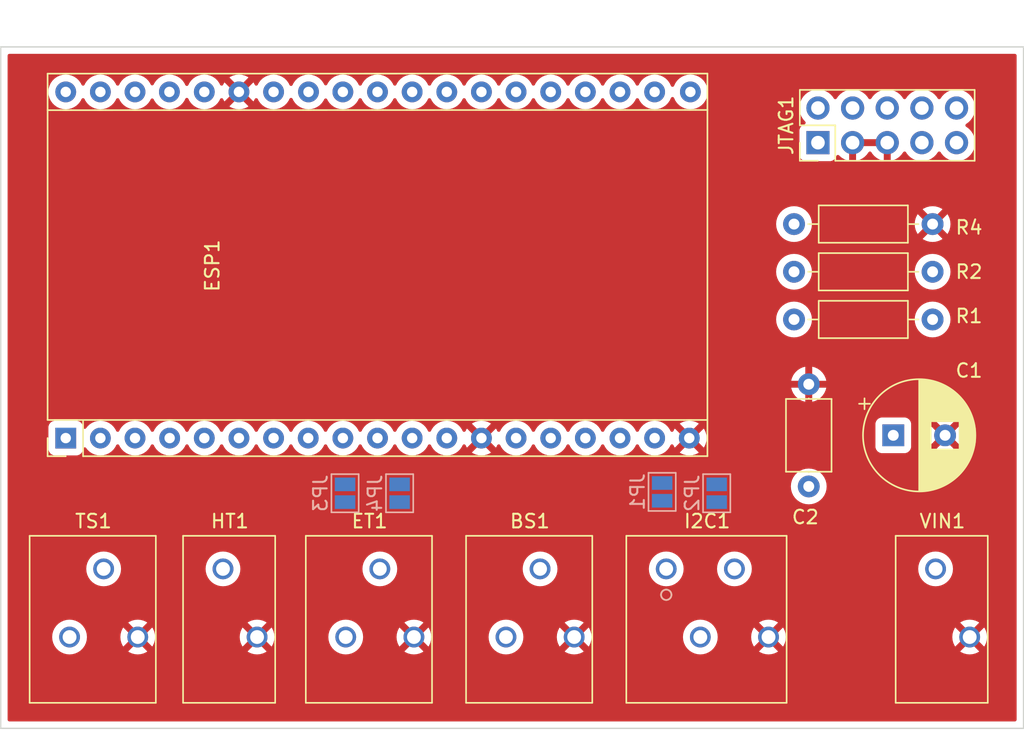
<source format=kicad_pcb>
(kicad_pcb (version 20211014) (generator pcbnew)
  (layers (0 "F.Cu" signal) (31 "B.Cu" signal) (34 "B.Paste" user) (35 "F.Paste" user) (36 "B.SilkS" user "B.Silkscreen") (37 "F.SilkS" user "F.Silkscreen") (38 "B.Mask" user) (39 "F.Mask" user) (44 "Edge.Cuts" user))
  (net 0 "")
  (net 1 "IO16")
  (net 2 "+3V3")
  (net 3 "GND")
  (net 7 "TDO")
  (net 8 "IO2")
  (net 14 "IO19")
  (net 15 "SDA")
  (net 18 "SCL")
  (net 20 "RST")
  (net 24 "IO25")
  (net 27 "TMS")
  (net 28 "TDI")
  (net 29 "TCK")
  (net 33 "+5V")
  (net 34 "Net-(I2C1-Pad3)")
  (net 37 "Net-(JP3-Pad1)")
  (footprint "Connector_Wago:250-402" (layer "F.Cu") (at 116.3001 113.300001)
    (fp_text reference "HT1" (at 0.5 -3.5) (layer "F.SilkS"))
    (fp_text value "Conn_01x02")
    (fp_line (start 3.826901 -2.427001) (end -2.927101 -2.427001) (layer "F.SilkS") (width 0.12))
    (fp_line (start -2.927101 -2.427001) (end -2.927101 9.826999) (layer "F.SilkS") (width 0.12))
    (fp_line (start 3.826901 9.826999) (end 3.826901 -2.427001) (layer "F.SilkS") (width 0.12))
    (fp_line (start -2.927101 9.826999) (end 3.826901 9.826999) (layer "F.SilkS") (width 0.12))
    (pad "1" thru_hole circle (at 0 0) (size 1.524 1.524) (drill 1.016) (layers *.Cu *.Mask) (net 14 "IO19"))
    (pad "2" thru_hole circle (at 2.5 5) (size 1.524 1.524) (drill 1.016) (layers *.Cu *.Mask) (net 3 "GND"))
  )
  (footprint "Capacitor_THT:C_Axial_L5.1mm_D3.1mm_P7.50mm_Horizontal" (layer "F.Cu") (at 159.25 107.25 90)
    (fp_text reference "C2" (at -2.25 -0.25 180) (layer "F.SilkS"))
    (fp_text value "100 nF")
    (fp_line (start 1.08 1.67) (end 6.42 1.67) (layer "F.SilkS") (width 0.12))
    (fp_line (start 6.42 -1.67) (end 1.08 -1.67) (layer "F.SilkS") (width 0.12))
    (fp_line (start 1.08 -1.67) (end 1.08 1.67) (layer "F.SilkS") (width 0.12))
    (fp_line (start 6.42 1.67) (end 6.42 -1.67) (layer "F.SilkS") (width 0.12))
    (fp_line (start 1.04 0) (end 1.08 0) (layer "F.SilkS") (width 0.12))
    (fp_line (start 6.46 0) (end 6.42 0) (layer "F.SilkS") (width 0.12))
    (pad "1" thru_hole circle locked (at 0 0 90) (size 1.6 1.6) (drill 0.8) (layers *.Cu *.Mask) (net 33 "+5V"))
    (pad "2" thru_hole oval locked (at 7.5 0 90) (size 1.6 1.6) (drill 0.8) (layers *.Cu *.Mask) (net 3 "GND"))
  )
  (footprint "Connector_Wago:250-403" (layer "F.Cu") (at 125.3001 118.300002)
    (fp_text reference "ET1" (at 1.75 -8.5) (layer "F.SilkS"))
    (fp_text value "Conn_01x03")
    (fp_line (start -2.927099 4.826998) (end 6.326899 4.826998) (layer "F.SilkS") (width 0.12))
    (fp_line (start -2.927099 -7.427001) (end -2.927099 4.826998) (layer "F.SilkS") (width 0.12))
    (fp_line (start 6.326899 4.826998) (end 6.326899 -7.427001) (layer "F.SilkS") (width 0.12))
    (fp_line (start 6.326899 -7.427001) (end -2.927099 -7.427001) (layer "F.SilkS") (width 0.12))
    (pad "1" thru_hole circle (at 0 0) (size 1.524 1.524) (drill 1.016) (layers *.Cu *.Mask) (net 24 "IO25"))
    (pad "2" thru_hole circle (at 2.5 -5) (size 1.524 1.524) (drill 1.016) (layers *.Cu *.Mask) (net 37 "Net-(JP3-Pad1)"))
    (pad "3" thru_hole circle (at 5 0) (size 1.524 1.524) (drill 1.016) (layers *.Cu *.Mask) (net 3 "GND"))
  )
  (footprint "Resistor_THT:R_Axial_DIN0207_L6.3mm_D2.5mm_P10.16mm_Horizontal" (layer "F.Cu") (at 158.17 95)
    (fp_text reference "R1" (at 12.83 -0.25) (layer "F.SilkS"))
    (fp_text value "4K7 Ω")
    (fp_line (start 9.12 0) (end 8.35 0) (layer "F.SilkS") (width 0.12))
    (fp_line (start 8.35 1.37) (end 8.35 -1.37) (layer "F.SilkS") (width 0.12))
    (fp_line (start 1.81 -1.37) (end 1.81 1.37) (layer "F.SilkS") (width 0.12))
    (fp_line (start 1.04 0) (end 1.81 0) (layer "F.SilkS") (width 0.12))
    (fp_line (start 1.81 1.37) (end 8.35 1.37) (layer "F.SilkS") (width 0.12))
    (fp_line (start 8.35 -1.37) (end 1.81 -1.37) (layer "F.SilkS") (width 0.12))
    (pad "1" thru_hole circle locked (at 0 0) (size 1.6 1.6) (drill 0.8) (layers *.Cu *.Mask) (net 18 "SCL"))
    (pad "2" thru_hole oval locked (at 10.16 0) (size 1.6 1.6) (drill 0.8) (layers *.Cu *.Mask) (net 34 "Net-(I2C1-Pad3)"))
  )
  (footprint "Connector_Wago:250-403" (layer "F.Cu") (at 105.0501 118.300002)
    (fp_text reference "TS1" (at 1.75 -8.5) (layer "F.SilkS"))
    (fp_text value "Conn_01x03")
    (fp_line (start -2.927099 -7.427001) (end -2.927099 4.826998) (layer "F.SilkS") (width 0.12))
    (fp_line (start -2.927099 4.826998) (end 6.326899 4.826998) (layer "F.SilkS") (width 0.12))
    (fp_line (start 6.326899 -7.427001) (end -2.927099 -7.427001) (layer "F.SilkS") (width 0.12))
    (fp_line (start 6.326899 4.826998) (end 6.326899 -7.427001) (layer "F.SilkS") (width 0.12))
    (pad "1" thru_hole circle (at 0 0) (size 1.524 1.524) (drill 1.016) (layers *.Cu *.Mask) (net 8 "IO2"))
    (pad "2" thru_hole circle (at 2.5 -5) (size 1.524 1.524) (drill 1.016) (layers *.Cu *.Mask) (net 2 "+3V3"))
    (pad "3" thru_hole circle (at 5 0) (size 1.524 1.524) (drill 1.016) (layers *.Cu *.Mask) (net 3 "GND"))
  )
  (footprint "Resistor_THT:R_Axial_DIN0207_L6.3mm_D2.5mm_P10.16mm_Horizontal" (layer "F.Cu") (at 168.33 88 180)
    (fp_text reference "R4" (at -2.67 -0.25) (layer "F.SilkS"))
    (fp_text value "51K Ω")
    (fp_line (start 8.35 1.37) (end 8.35 -1.37) (layer "F.SilkS") (width 0.12))
    (fp_line (start 1.04 0) (end 1.81 0) (layer "F.SilkS") (width 0.12))
    (fp_line (start 1.81 1.37) (end 8.35 1.37) (layer "F.SilkS") (width 0.12))
    (fp_line (start 8.35 -1.37) (end 1.81 -1.37) (layer "F.SilkS") (width 0.12))
    (fp_line (start 9.12 0) (end 8.35 0) (layer "F.SilkS") (width 0.12))
    (fp_line (start 1.81 -1.37) (end 1.81 1.37) (layer "F.SilkS") (width 0.12))
    (pad "1" thru_hole circle locked (at 0 0 180) (size 1.6 1.6) (drill 0.8) (layers *.Cu *.Mask) (net 3 "GND"))
    (pad "2" thru_hole oval locked (at 10.16 0 180) (size 1.6 1.6) (drill 0.8) (layers *.Cu *.Mask) (net 1 "IO16"))
  )
  (footprint "Connector_Wago:250-402" (layer "F.Cu") (at 168.5501 113.300001)
    (fp_text reference "VIN1" (at 0.5 -3.5) (layer "F.SilkS"))
    (fp_text value "Conn_01x02")
    (fp_line (start -2.927101 9.826999) (end 3.826901 9.826999) (layer "F.SilkS") (width 0.12))
    (fp_line (start -2.927101 -2.427001) (end -2.927101 9.826999) (layer "F.SilkS") (width 0.12))
    (fp_line (start 3.826901 9.826999) (end 3.826901 -2.427001) (layer "F.SilkS") (width 0.12))
    (fp_line (start 3.826901 -2.427001) (end -2.927101 -2.427001) (layer "F.SilkS") (width 0.12))
    (pad "1" thru_hole circle (at 0 0) (size 1.524 1.524) (drill 1.016) (layers *.Cu *.Mask) (net 33 "+5V"))
    (pad "2" thru_hole circle (at 2.5 5) (size 1.524 1.524) (drill 1.016) (layers *.Cu *.Mask) (net 3 "GND"))
  )
  (footprint "Connector_Wago:250-403" (layer "F.Cu") (at 137.0501 118.300002)
    (fp_text reference "BS1" (at 1.75 -8.5) (layer "F.SilkS"))
    (fp_text value "Conn_01x03")
    (fp_line (start 6.326899 -7.427001) (end -2.927099 -7.427001) (layer "F.SilkS") (width 0.12))
    (fp_line (start -2.927099 -7.427001) (end -2.927099 4.826998) (layer "F.SilkS") (width 0.12))
    (fp_line (start -2.927099 4.826998) (end 6.326899 4.826998) (layer "F.SilkS") (width 0.12))
    (fp_line (start 6.326899 4.826998) (end 6.326899 -7.427001) (layer "F.SilkS") (width 0.12))
    (pad "1" thru_hole circle (at 0 0) (size 1.524 1.524) (drill 1.016) (layers *.Cu *.Mask) (net 1 "IO16"))
    (pad "2" thru_hole circle (at 2.5 -5) (size 1.524 1.524) (drill 1.016) (layers *.Cu *.Mask) (net 2 "+3V3"))
    (pad "3" thru_hole circle (at 5 0) (size 1.524 1.524) (drill 1.016) (layers *.Cu *.Mask) (net 3 "GND"))
  )
  (footprint "Module:NodeMCU DevKitC v4" (layer "F.Cu") (at 104.77 103.7025 90)
    (fp_text reference "ESP1" (at 12.65 10.75 90) (layer "F.SilkS"))
    (fp_text value "NodeMCU_DevKitC_v4")
    (fp_line (start 0 -1.33) (end -1.33 -1.33) (layer "F.SilkS") (width 0.12))
    (fp_line (start -1.33 -1.33) (end -1.33 0) (layer "F.SilkS") (width 0.12))
    (fp_line (start 1.33 -1.33) (end 26.74 -1.33) (layer "F.SilkS") (width 0.12))
    (fp_line (start -1.325 47.05) (end -1.33 1.27) (layer "F.SilkS") (width 0.12))
    (fp_line (start 26.745 47.05) (end -1.325 47.05) (layer "F.SilkS") (width 0.12))
    (fp_line (start 26.74 -1.33) (end 26.745 47.05) (layer "F.SilkS") (width 0.12))
    (fp_line (start -1.33 1.27) (end 1.33 1.27) (layer "F.SilkS") (width 0.12))
    (fp_line (start 1.33 -1.33) (end 1.33 47.025) (layer "F.SilkS") (width 0.12))
    (fp_line (start 24.075 47.05) (end 24.06 -1.33) (layer "F.SilkS") (width 0.12))
    (pad "1" thru_hole rect (at 0 0 90) (size 1.524 1.524) (drill 0.762) (layers *.Cu *.Mask))
    (pad "2" thru_hole circle (at 0 2.54 90) (size 1.524 1.524) (drill 0.762) (layers *.Cu *.Mask))
    (pad "3" thru_hole circle (at 0 5.08 90) (size 1.524 1.524) (drill 0.762) (layers *.Cu *.Mask))
    (pad "4" thru_hole circle (at 0 7.62 90) (size 1.524 1.524) (drill 0.762) (layers *.Cu *.Mask) (net 7 "TDO"))
    (pad "5" thru_hole circle (at 0 10.16 90) (size 1.524 1.524) (drill 0.762) (layers *.Cu *.Mask) (net 8 "IO2"))
    (pad "6" thru_hole circle (at 0 12.7 90) (size 1.524 1.524) (drill 0.762) (layers *.Cu *.Mask))
    (pad "7" thru_hole circle (at 0 15.24 90) (size 1.524 1.524) (drill 0.762) (layers *.Cu *.Mask))
    (pad "8" thru_hole circle (at 0 17.78 90) (size 1.524 1.524) (drill 0.762) (layers *.Cu *.Mask) (net 1 "IO16"))
    (pad "9" thru_hole circle (at 0 20.32 90) (size 1.524 1.524) (drill 0.762) (layers *.Cu *.Mask))
    (pad "10" thru_hole circle (at 0 22.86 90) (size 1.524 1.524) (drill 0.762) (layers *.Cu *.Mask))
    (pad "11" thru_hole circle (at 0 25.4 90) (size 1.524 1.524) (drill 0.762) (layers *.Cu *.Mask))
    (pad "12" thru_hole circle (at 0 27.94 90) (size 1.524 1.524) (drill 0.762) (layers *.Cu *.Mask) (net 14 "IO19"))
    (pad "13" thru_hole circle (at 0 30.48 90) (size 1.524 1.524) (drill 0.762) (layers *.Cu *.Mask) (net 3 "GND"))
    (pad "14" thru_hole circle (at 0 33.02 90) (size 1.524 1.524) (drill 0.762) (layers *.Cu *.Mask) (net 15 "SDA"))
    (pad "15" thru_hole circle (at 0 35.56 90) (size 1.524 1.524) (drill 0.762) (layers *.Cu *.Mask))
    (pad "16" thru_hole circle (at 0 38.1 90) (size 1.524 1.524) (drill 0.762) (layers *.Cu *.Mask))
    (pad "17" thru_hole circle (at 0 40.64 90) (size 1.524 1.524) (drill 0.762) (layers *.Cu *.Mask) (net 18 "SCL"))
    (pad "18" thru_hole circle (at 0 43.18 90) (size 1.524 1.524) (drill 0.762) (layers *.Cu *.Mask))
    (pad "19" thru_hole circle (at 0 45.72 90) (size 1.524 1.524) (drill 0.762) (layers *.Cu *.Mask) (net 3 "GND"))
    (pad "20" thru_hole circle (at 25.4 45.8 90) (size 1.524 1.524) (drill 0.762) (layers *.Cu *.Mask) (net 2 "+3V3"))
    (pad "21" thru_hole circle (at 25.4 43.18 90) (size 1.524 1.524) (drill 0.762) (layers *.Cu *.Mask) (net 20 "RST"))
    (pad "22" thru_hole circle (at 25.4 40.64 90) (size 1.524 1.524) (drill 0.762) (layers *.Cu *.Mask))
    (pad "23" thru_hole circle (at 25.4 38.1 90) (size 1.524 1.524) (drill 0.762) (layers *.Cu *.Mask))
    (pad "24" thru_hole circle (at 25.4 35.56 90) (size 1.524 1.524) (drill 0.762) (layers *.Cu *.Mask))
    (pad "25" thru_hole circle (at 25.4 33.02 90) (size 1.524 1.524) (drill 0.762) (layers *.Cu *.Mask))
    (pad "26" thru_hole circle (at 25.4 30.48 90) (size 1.524 1.524) (drill 0.762) (layers *.Cu *.Mask))
    (pad "27" thru_hole circle (at 25.4 27.94 90) (size 1.524 1.524) (drill 0.762) (layers *.Cu *.Mask))
    (pad "28" thru_hole circle (at 25.4 25.4 90) (size 1.524 1.524) (drill 0.762) (layers *.Cu *.Mask) (net 24 "IO25"))
    (pad "29" thru_hole circle (at 25.4 22.86 90) (size 1.524 1.524) (drill 0.762) (layers *.Cu *.Mask))
    (pad "30" thru_hole circle (at 25.4 20.32 90) (size 1.524 1.524) (drill 0.762) (layers *.Cu *.Mask))
    (pad "31" thru_hole circle (at 25.4 17.8 90) (size 1.524 1.524) (drill 0.762) (layers *.Cu *.Mask) (net 27 "TMS"))
    (pad "32" thru_hole circle (at 25.4 15.24 90) (size 1.524 1.524) (drill 0.762) (layers *.Cu *.Mask) (net 28 "TDI"))
    (pad "33" thru_hole circle (at 25.4 12.7 90) (size 1.524 1.524) (drill 0.762) (layers *.Cu *.Mask) (net 3 "GND"))
    (pad "34" thru_hole circle (at 25.4 10.16 90) (size 1.524 1.524) (drill 0.762) (layers *.Cu *.Mask) (net 29 "TCK"))
    (pad "35" thru_hole circle (at 25.4 7.6 90) (size 1.524 1.524) (drill 0.762) (layers *.Cu *.Mask))
    (pad "36" thru_hole circle (at 25.4 5.08 90) (size 1.524 1.524) (drill 0.762) (layers *.Cu *.Mask))
    (pad "37" thru_hole circle (at 25.4 2.54 90) (size 1.524 1.524) (drill 0.762) (layers *.Cu *.Mask))
    (pad "38" thru_hole circle (at 25.4 0 90) (size 1.524 1.524) (drill 0.762) (layers *.Cu *.Mask) (net 33 "+5V"))
  )
  (footprint "Capacitor_THT:CP_Radial_D8.0mm_P3.80mm" (layer "F.Cu") (at 165.447349 103.5)
    (fp_text reference "C1" (at 5.552651 -4.75) (layer "F.SilkS"))
    (fp_text value "220 μF")
    (fp_line (start 3.101 1.04) (end 3.101 3.902) (layer "F.SilkS") (width 0.12))
    (fp_line (start 4.421 -3.22) (end 4.421 -1.04) (layer "F.SilkS") (width 0.12))
    (fp_line (start 2.781 1.04) (end 2.781 3.985) (layer "F.SilkS") (width 0.12))
    (fp_line (start 3.381 1.04) (end 3.381 3.805) (layer "F.SilkS") (width 0.12))
    (fp_line (start 4.021 -3.493) (end 4.021 -1.04) (layer "F.SilkS") (width 0.12))
    (fp_line (start 4.261 -3.338) (end 4.261 -1.04) (layer "F.SilkS") (width 0.12))
    (fp_line (start 3.741 1.04) (end 3.741 3.647) (layer "F.SilkS") (width 0.12))
    (fp_line (start 4.301 1.04) (end 4.301 3.309) (layer "F.SilkS") (width 0.12))
    (fp_line (start 3.901 -3.562) (end 3.901 -1.04) (layer "F.SilkS") (width 0.12))
    (fp_line (start 2.42 -4.048) (end 2.42 4.048) (layer "F.SilkS") (width 0.12))
    (fp_line (start 5.061 -2.604) (end 5.061 2.604) (layer "F.SilkS") (width 0.12))
    (fp_line (start 2.1 -4.076) (end 2.1 4.076) (layer "F.SilkS") (width 0.12))
    (fp_line (start 3.021 1.04) (end 3.021 3.925) (layer "F.SilkS") (width 0.12))
    (fp_line (start 5.421 -2.102) (end 5.421 2.102) (layer "F.SilkS") (width 0.12))
    (fp_line (start 4.221 1.04) (end 4.221 3.365) (layer "F.SilkS") (width 0.12))
    (fp_line (start 5.381 -2.166) (end 5.381 2.166) (layer "F.SilkS") (width 0.12))
    (fp_line (start 5.741 -1.453) (end 5.741 1.453) (layer "F.SilkS") (width 0.12))
    (fp_line (start 2.981 -3.936) (end 2.981 -1.04) (layer "F.SilkS") (width 0.12))
    (fp_line (start 3.101 -3.902) (end 3.101 -1.04) (layer "F.SilkS") (width 0.12))
    (fp_line (start 3.861 -3.584) (end 3.861 -1.04) (layer "F.SilkS") (width 0.12))
    (fp_line (start 4.741 1.04) (end 4.741 2.945) (layer "F.SilkS") (width 0.12))
    (fp_line (start 2.621 -4.017) (end 2.621 4.017) (layer "F.SilkS") (width 0.12))
    (fp_line (start 3.701 1.04) (end 3.701 3.666) (layer "F.SilkS") (width 0.12))
    (fp_line (start 2.3 -4.061) (end 2.3 4.061) (layer "F.SilkS") (width 0.12))
    (fp_line (start 5.461 -2.034) (end 5.461 2.034) (layer "F.SilkS") (width 0.12))
    (fp_line (start 2.22 -4.068) (end 2.22 4.068) (layer "F.SilkS") (width 0.12))
    (fp_line (start 1.98 -4.08) (end 1.98 4.08) (layer "F.SilkS") (width 0.12))
    (fp_line (start 4.381 -3.25) (end 4.381 -1.04) (layer "F.SilkS") (width 0.12))
    (fp_line (start 2.901 -3.957) (end 2.901 -1.04) (layer "F.SilkS") (width 0.12))
    (fp_line (start 4.821 1.04) (end 4.821 2.867) (layer "F.SilkS") (width 0.12))
    (fp_line (start 5.181 -2.454) (end 5.181 2.454) (layer "F.SilkS") (width 0.12))
    (fp_line (start 3.621 -3.704) (end 3.621 -1.04) (layer "F.SilkS") (width 0.12))
    (fp_line (start 4.021 1.04) (end 4.021 3.493) (layer "F.SilkS") (width 0.12))
    (fp_line (start 3.301 -3.835) (end 3.301 -1.04) (layer "F.SilkS") (width 0.12))
    (fp_line (start 3.261 -3.85) (end 3.261 -1.04) (layer "F.SilkS") (width 0.12))
    (fp_line (start 4.141 -3.418) (end 4.141 -1.04) (layer "F.SilkS") (width 0.12))
    (fp_line (start 3.781 1.04) (end 3.781 3.627) (layer "F.SilkS") (width 0.12))
    (fp_line (start 4.741 -2.945) (end 4.741 -1.04) (layer "F.SilkS") (width 0.12))
    (fp_line (start 3.661 1.04) (end 3.661 3.686) (layer "F.SilkS") (width 0.12))
    (fp_line (start 2.02 -4.079) (end 2.02 4.079) (layer "F.SilkS") (width 0.12))
    (fp_line (start 3.901 1.04) (end 3.901 3.562) (layer "F.SilkS") (width 0.12))
    (fp_line (start 3.221 -3.863) (end 3.221 -1.04) (layer "F.SilkS") (width 0.12))
    (fp_line (start 5.021 -2.651) (end 5.021 2.651) (layer "F.SilkS") (width 0.12))
    (fp_line (start 3.261 1.04) (end 3.261 3.85) (layer "F.SilkS") (width 0.12))
    (fp_line (start 3.381 -3.805) (end 3.381 -1.04) (layer "F.SilkS") (width 0.12))
    (fp_line (start 3.661 -3.686) (end 3.661 -1.04) (layer "F.SilkS") (width 0.12))
    (fp_line (start 3.941 1.04) (end 3.941 3.54) (layer "F.SilkS") (width 0.12))
    (fp_line (start 4.341 -3.28) (end 4.341 -1.04) (layer "F.SilkS") (width 0.12))
    (fp_line (start 4.501 1.04) (end 4.501 3.156) (layer "F.SilkS") (width 0.12))
    (fp_line (start 3.181 -3.877) (end 3.181 -1.04) (layer "F.SilkS") (width 0.12))
    (fp_line (start 4.661 1.04) (end 4.661 3.019) (layer "F.SilkS") (width 0.12))
    (fp_line (start 5.901 -0.948) (end 5.901 0.948) (layer "F.SilkS") (width 0.12))
    (fp_line (start 4.701 1.04) (end 4.701 2.983) (layer "F.SilkS") (width 0.12))
    (fp_line (start 5.941 -0.768) (end 5.941 0.768) (layer "F.SilkS") (width 0.12))
    (fp_line (start 3.301 1.04) (end 3.301 3.835) (layer "F.SilkS") (width 0.12))
    (fp_line (start 5.341 -2.228) (end 5.341 2.228) (layer "F.SilkS") (width 0.12))
    (fp_line (start 2.901 1.04) (end 2.901 3.957) (layer "F.SilkS") (width 0.12))
    (fp_line (start 5.141 -2.505) (end 5.141 2.505) (layer "F.SilkS") (width 0.12))
    (fp_line (start 5.781 -1.346) (end 5.781 1.346) (layer "F.SilkS") (width 0.12))
    (fp_line (start 4.861 -2.826) (end 4.861 2.826) (layer "F.SilkS") (width 0.12))
    (fp_line (start 5.261 -2.345) (end 5.261 2.345) (layer "F.SilkS") (width 0.12))
    (fp_line (start 2.661 -4.01) (end 2.661 4.01) (layer "F.SilkS") (width 0.12))
    (fp_line (start 4.061 -3.469) (end 4.061 -1.04) (layer "F.SilkS") (width 0.12))
    (fp_line (start 4.541 1.04) (end 4.541 3.124) (layer "F.SilkS") (width 0.12))
    (fp_line (start -2.509698 -2.315) (end -1.709698 -2.315) (layer "F.SilkS") (width 0.12))
    (fp_line (start 3.421 -3.79) (end 3.421 -1.04) (layer "F.SilkS") (width 0.12))
    (fp_line (start -2.109698 -2.715) (end -2.109698 -1.915) (layer "F.SilkS") (width 0.12))
    (fp_line (start 2.14 -4.074) (end 2.14 4.074) (layer "F.SilkS") (width 0.12))
    (fp_line (start 5.701 -1.552) (end 5.701 1.552) (layer "F.SilkS") (width 0.12))
    (fp_line (start 4.341 1.04) (end 4.341 3.28) (layer "F.SilkS") (width 0.12))
    (fp_line (start 3.501 1.04) (end 3.501 3.757) (layer "F.SilkS") (width 0.12))
    (fp_line (start 4.581 -3.09) (end 4.581 -1.04) (layer "F.SilkS") (width 0.12))
    (fp_line (start 3.541 -3.74) (end 3.541 -1.04) (layer "F.SilkS") (width 0.12))
    (fp_line (start 4.541 -3.124) (end 4.541 -1.04) (layer "F.SilkS") (width 0.12))
    (fp_line (start 3.821 -3.606) (end 3.821 -1.04) (layer "F.SilkS") (width 0.12))
    (fp_line (start 2.701 -4.002) (end 2.701 4.002) (layer "F.SilkS") (width 0.12))
    (fp_line (start 4.181 1.04) (end 4.181 3.392) (layer "F.SilkS") (width 0.12))
    (fp_line (start 2.54 -4.03) (end 2.54 4.03) (layer "F.SilkS") (width 0.12))
    (fp_line (start 2.46 -4.042) (end 2.46 4.042) (layer "F.SilkS") (width 0.12))
    (fp_line (start 4.621 1.04) (end 4.621 3.055) (layer "F.SilkS") (width 0.12))
    (fp_line (start 2.5 -4.037) (end 2.5 4.037) (layer "F.SilkS") (width 0.12))
    (fp_line (start 1.94 -4.08) (end 1.94 4.08) (layer "F.SilkS") (width 0.12))
    (fp_line (start 4.381 1.04) (end 4.381 3.25) (layer "F.SilkS") (width 0.12))
    (fp_line (start 3.541 1.04) (end 3.541 3.74) (layer "F.SilkS") (width 0.12))
    (fp_line (start 5.301 -2.287) (end 5.301 2.287) (layer "F.SilkS") (width 0.12))
    (fp_line (start 2.34 -4.057) (end 2.34 4.057) (layer "F.SilkS") (width 0.12))
    (fp_line (start 3.341 1.04) (end 3.341 3.821) (layer "F.SilkS") (width 0.12))
    (fp_line (start 3.061 -3.914) (end 3.061 -1.04) (layer "F.SilkS") (width 0.12))
    (fp_line (start 5.861 -1.098) (end 5.861 1.098) (layer "F.SilkS") (width 0.12))
    (fp_line (start 3.861 1.04) (end 3.861 3.584) (layer "F.SilkS") (width 0.12))
    (fp_line (start 4.461 1.04) (end 4.461 3.189) (layer "F.SilkS") (width 0.12))
    (fp_line (start 2.58 -4.024) (end 2.58 4.024) (layer "F.SilkS") (width 0.12))
    (fp_line (start 5.541 -1.89) (end 5.541 1.89) (layer "F.SilkS") (width 0.12))
    (fp_line (start 4.981 -2.697) (end 4.981 2.697) (layer "F.SilkS") (width 0.12))
    (fp_line (start 2.941 -3.947) (end 2.941 -1.04) (layer "F.SilkS") (width 0.12))
    (fp_line (start 3.501 -3.757) (end 3.501 -1.04) (layer "F.SilkS") (width 0.12))
    (fp_line (start 3.221 1.04) (end 3.221 3.863) (layer "F.SilkS") (width 0.12))
    (fp_line (start 5.101 -2.556) (end 5.101 2.556) (layer "F.SilkS") (width 0.12))
    (fp_line (start 4.261 1.04) (end 4.261 3.338) (layer "F.SilkS") (width 0.12))
    (fp_line (start 2.06 -4.077) (end 2.06 4.077) (layer "F.SilkS") (width 0.12))
    (fp_line (start 4.661 -3.019) (end 4.661 -1.04) (layer "F.SilkS") (width 0.12))
    (fp_line (start 4.461 -3.189) (end 4.461 -1.04) (layer "F.SilkS") (width 0.12))
    (fp_line (start 3.781 -3.627) (end 3.781 -1.04) (layer "F.SilkS") (width 0.12))
    (fp_line (start 3.341 -3.821) (end 3.341 -1.04) (layer "F.SilkS") (width 0.12))
    (fp_line (start 2.781 -3.985) (end 2.781 -1.04) (layer "F.SilkS") (width 0.12))
    (fp_line (start 4.301 -3.309) (end 4.301 -1.04) (layer "F.SilkS") (width 0.12))
    (fp_line (start 2.18 -4.071) (end 2.18 4.071) (layer "F.SilkS") (width 0.12))
    (fp_line (start 4.181 -3.392) (end 4.181 -1.04) (layer "F.SilkS") (width 0.12))
    (fp_line (start 3.821 1.04) (end 3.821 3.606) (layer "F.SilkS") (width 0.12))
    (fp_line (start 3.981 1.04) (end 3.981 3.517) (layer "F.SilkS") (width 0.12))
    (fp_line (start 4.781 -2.907) (end 4.781 -1.04) (layer "F.SilkS") (width 0.12))
    (fp_line (start 4.941 -2.741) (end 4.941 2.741) (layer "F.SilkS") (width 0.12))
    (fp_line (start 3.581 -3.722) (end 3.581 -1.04) (layer "F.SilkS") (width 0.12))
    (fp_line (start 5.821 -1.229) (end 5.821 1.229) (layer "F.SilkS") (width 0.12))
    (fp_line (start 4.781 1.04) (end 4.781 2.907) (layer "F.SilkS") (width 0.12))
    (fp_line (start 3.741 -3.647) (end 3.741 -1.04) (layer "F.SilkS") (width 0.12))
    (fp_line (start 4.621 -3.055) (end 4.621 -1.04) (layer "F.SilkS") (width 0.12))
    (fp_line (start 4.421 1.04) (end 4.421 3.22) (layer "F.SilkS") (width 0.12))
    (fp_line (start 2.38 -4.052) (end 2.38 4.052) (layer "F.SilkS") (width 0.12))
    (fp_line (start 5.581 -1.813) (end 5.581 1.813) (layer "F.SilkS") (width 0.12))
    (fp_line (start 2.26 -4.065) (end 2.26 4.065) (layer "F.SilkS") (width 0.12))
    (fp_line (start 4.101 -3.444) (end 4.101 -1.04) (layer "F.SilkS") (width 0.12))
    (fp_line (start 4.821 -2.867) (end 4.821 -1.04) (layer "F.SilkS") (width 0.12))
    (fp_line (start 3.581 1.04) (end 3.581 3.722) (layer "F.SilkS") (width 0.12))
    (fp_line (start 4.581 1.04) (end 4.581 3.09) (layer "F.SilkS") (width 0.12))
    (fp_line (start 3.941 -3.54) (end 3.941 -1.04) (layer "F.SilkS") (width 0.12))
    (fp_line (start 5.501 -1.964) (end 5.501 1.964) (layer "F.SilkS") (width 0.12))
    (fp_line (start 3.701 -3.666) (end 3.701 -1.04) (layer "F.SilkS") (width 0.12))
    (fp_line (start 4.061 1.04) (end 4.061 3.469) (layer "F.SilkS") (width 0.12))
    (fp_line (start 3.461 1.04) (end 3.461 3.774) (layer "F.SilkS") (width 0.12))
    (fp_line (start 5.981 -0.533) (end 5.981 0.533) (layer "F.SilkS") (width 0.12))
    (fp_line (start 3.141 -3.889) (end 3.141 -1.04) (layer "F.SilkS") (width 0.12))
    (fp_line (start 3.621 1.04) (end 3.621 3.704) (layer "F.SilkS") (width 0.12))
    (fp_line (start 2.821 1.04) (end 2.821 3.976) (layer "F.SilkS") (width 0.12))
    (fp_line (start 3.061 1.04) (end 3.061 3.914) (layer "F.SilkS") (width 0.12))
    (fp_line (start 2.941 1.04) (end 2.941 3.947) (layer "F.SilkS") (width 0.12))
    (fp_line (start 2.981 1.04) (end 2.981 3.936) (layer "F.SilkS") (width 0.12))
    (fp_line (start 5.221 -2.4) (end 5.221 2.4) (layer "F.SilkS") (width 0.12))
    (fp_line (start 2.821 -3.976) (end 2.821 -1.04) (layer "F.SilkS") (width 0.12))
    (fp_line (start 3.141 1.04) (end 3.141 3.889) (layer "F.SilkS") (width 0.12))
    (fp_line (start 5.621 -1.731) (end 5.621 1.731) (layer "F.SilkS") (width 0.12))
    (fp_line (start 4.141 1.04) (end 4.141 3.418) (layer "F.SilkS") (width 0.12))
    (fp_line (start 1.9 -4.08) (end 1.9 4.08) (layer "F.SilkS") (width 0.12))
    (fp_line (start 2.861 1.04) (end 2.861 3.967) (layer "F.SilkS") (width 0.12))
    (fp_line (start 4.901 -2.784) (end 4.901 2.784) (layer "F.SilkS") (width 0.12))
    (fp_line (start 2.861 -3.967) (end 2.861 -1.04) (layer "F.SilkS") (width 0.12))
    (fp_line (start 3.421 1.04) (end 3.421 3.79) (layer "F.SilkS") (width 0.12))
    (fp_line (start 3.021 -3.925) (end 3.021 -1.04) (layer "F.SilkS") (width 0.12))
    (fp_line (start 5.661 -1.645) (end 5.661 1.645) (layer "F.SilkS") (width 0.12))
    (fp_line (start 4.221 -3.365) (end 4.221 -1.04) (layer "F.SilkS") (width 0.12))
    (fp_line (start 4.701 -2.983) (end 4.701 -1.04) (layer "F.SilkS") (width 0.12))
    (fp_line (start 2.741 -3.994) (end 2.741 3.994) (layer "F.SilkS") (width 0.12))
    (fp_line (start 4.501 -3.156) (end 4.501 -1.04) (layer "F.SilkS") (width 0.12))
    (fp_line (start 3.981 -3.517) (end 3.981 -1.04) (layer "F.SilkS") (width 0.12))
    (fp_line (start 4.101 1.04) (end 4.101 3.444) (layer "F.SilkS") (width 0.12))
    (fp_line (start 3.461 -3.774) (end 3.461 -1.04) (layer "F.SilkS") (width 0.12))
    (fp_line (start 3.181 1.04) (end 3.181 3.877) (layer "F.SilkS") (width 0.12))
    (fp_circle (center 1.9 0) (end 6.02 0) (layer "F.SilkS") (width 0.12) (fill none))
    (pad "1" thru_hole rect locked (at 0 0) (size 1.6 1.6) (drill 0.8) (layers *.Cu *.Mask) (net 33 "+5V"))
    (pad "2" thru_hole circle locked (at 3.8 0) (size 1.6 1.6) (drill 0.8) (layers *.Cu *.Mask) (net 3 "GND"))
  )
  (footprint "Connector_PinHeader_2.54mm:PinHeader_2x05_P2.54mm_Vertical" (layer "F.Cu") (at 159.925 82.025 90)
    (fp_text reference "JTAG1" (at 1.27 -2.33 90) (layer "F.SilkS"))
    (fp_text value "Conn_ARM_JTAG_SWD_10")
    (fp_line (start -1.33 0) (end -1.33 -1.33) (layer "F.SilkS") (width 0.12))
    (fp_line (start -1.33 -1.33) (end 0 -1.33) (layer "F.SilkS") (width 0.12))
    (fp_line (start -1.33 11.49) (end 3.87 11.49) (layer "F.SilkS") (width 0.12))
    (fp_line (start -1.33 1.27) (end -1.33 11.49) (layer "F.SilkS") (width 0.12))
    (fp_line (start -1.33 1.27) (end 1.27 1.27) (layer "F.SilkS") (width 0.12))
    (fp_line (start 1.27 -1.33) (end 3.87 -1.33) (layer "F.SilkS") (width 0.12))
    (fp_line (start 3.87 -1.33) (end 3.87 11.49) (layer "F.SilkS") (width 0.12))
    (fp_line (start 1.27 1.27) (end 1.27 -1.33) (layer "F.SilkS") (width 0.12))
    (pad "1" thru_hole rect locked (at 0 0 90) (size 1.7 1.7) (drill 1) (layers *.Cu *.Mask) (net 2 "+3V3"))
    (pad "2" thru_hole oval locked (at 2.54 0 90) (size 1.7 1.7) (drill 1) (layers *.Cu *.Mask) (net 27 "TMS"))
    (pad "3" thru_hole oval locked (at 0 2.54 90) (size 1.7 1.7) (drill 1) (layers *.Cu *.Mask) (net 3 "GND"))
    (pad "4" thru_hole oval locked (at 2.54 2.54 90) (size 1.7 1.7) (drill 1) (layers *.Cu *.Mask) (net 29 "TCK"))
    (pad "5" thru_hole oval locked (at 0 5.08 90) (size 1.7 1.7) (drill 1) (layers *.Cu *.Mask) (net 3 "GND"))
    (pad "6" thru_hole oval locked (at 2.54 5.08 90) (size 1.7 1.7) (drill 1) (layers *.Cu *.Mask) (net 7 "TDO"))
    (pad "7" thru_hole oval locked (at 0 7.62 90) (size 1.7 1.7) (drill 1) (layers *.Cu *.Mask))
    (pad "8" thru_hole oval locked (at 2.54 7.62 90) (size 1.7 1.7) (drill 1) (layers *.Cu *.Mask) (net 28 "TDI"))
    (pad "9" thru_hole oval locked (at 0 10.16 90) (size 1.7 1.7) (drill 1) (layers *.Cu *.Mask))
    (pad "10" thru_hole oval locked (at 2.54 10.16 90) (size 1.7 1.7) (drill 1) (layers *.Cu *.Mask) (net 20 "RST"))
  )
  (footprint "Connector_Wago:250-404" (layer "F.Cu") (at 148.8001 113.300001)
    (fp_text reference "I2C1" (at 3 -3.5) (layer "F.SilkS"))
    (fp_text value "Conn_01x04")
    (fp_circle (center 0 1.9) (end 0.381 1.9) (layer "B.SilkS") (width 0.12) (fill none))
    (fp_line (start -2.927098 -2.427001) (end -2.927098 9.826999) (layer "F.SilkS") (width 0.12))
    (fp_line (start 8.826899 -2.427001) (end -2.927098 -2.427001) (layer "F.SilkS") (width 0.12))
    (fp_line (start -2.927098 9.826999) (end 8.826899 9.826999) (layer "F.SilkS") (width 0.12))
    (fp_line (start 8.826899 9.826999) (end 8.826899 -2.427001) (layer "F.SilkS") (width 0.12))
    (fp_circle (center 0 1.9) (end 0.381 1.9) (layer "F.SilkS") (width 0.12) (fill none))
    (pad "1" thru_hole circle (at 0 0) (size 1.524 1.524) (drill 1.016) (layers *.Cu *.Mask) (net 18 "SCL"))
    (pad "2" thru_hole circle (at 2.5 5) (size 1.524 1.524) (drill 1.016) (layers *.Cu *.Mask) (net 15 "SDA"))
    (pad "3" thru_hole circle (at 5 0) (size 1.524 1.524) (drill 1.016) (layers *.Cu *.Mask) (net 34 "Net-(I2C1-Pad3)"))
    (pad "4" thru_hole circle (at 7.5 5) (size 1.524 1.524) (drill 1.016) (layers *.Cu *.Mask) (net 3 "GND"))
  )
  (footprint "Resistor_THT:R_Axial_DIN0207_L6.3mm_D2.5mm_P10.16mm_Horizontal" (layer "F.Cu") (at 158.17 91.5)
    (fp_text reference "R2" (at 12.83 0) (layer "F.SilkS"))
    (fp_text value "4K7 Ω")
    (fp_line (start 9.12 0) (end 8.35 0) (layer "F.SilkS") (width 0.12))
    (fp_line (start 8.35 -1.37) (end 1.81 -1.37) (layer "F.SilkS") (width 0.12))
    (fp_line (start 8.35 1.37) (end 8.35 -1.37) (layer "F.SilkS") (width 0.12))
    (fp_line (start 1.04 0) (end 1.81 0) (layer "F.SilkS") (width 0.12))
    (fp_line (start 1.81 -1.37) (end 1.81 1.37) (layer "F.SilkS") (width 0.12))
    (fp_line (start 1.81 1.37) (end 8.35 1.37) (layer "F.SilkS") (width 0.12))
    (pad "1" thru_hole circle locked (at 0 0) (size 1.6 1.6) (drill 0.8) (layers *.Cu *.Mask) (net 15 "SDA"))
    (pad "2" thru_hole oval locked (at 10.16 0) (size 1.6 1.6) (drill 0.8) (layers *.Cu *.Mask) (net 34 "Net-(I2C1-Pad3)"))
  )
  (footprint "Jumper:SolderJumper-2_P1.3mm_Open_Pad1.0x1.5mm" (layer "B.Cu") (at 152.5 107.75 -90)
    (fp_text reference "JP2" (at 0 1.8 90) (layer "B.SilkS") (effects (justify mirror)))
    (fp_text value "SolderJumper_2_Open")
    (fp_line (start 1.4 -1) (end -1.4 -1) (layer "B.SilkS") (width 0.12))
    (fp_line (start -1.4 1) (end 1.4 1) (layer "B.SilkS") (width 0.12))
    (fp_line (start 1.4 1) (end 1.4 -1) (layer "B.SilkS") (width 0.12))
    (fp_line (start -1.4 -1) (end -1.4 1) (layer "B.SilkS") (width 0.12))
    (pad "1" smd rect locked (at -0.65 0 270) (size 1 1.5) (layers "B.Cu" "B.Mask") (net 34 "Net-(I2C1-Pad3)"))
    (pad "2" smd rect locked (at 0.65 0 270) (size 1 1.5) (layers "B.Cu" "B.Mask") (net 2 "+3V3"))
  )
  (footprint "Jumper:SolderJumper-2_P1.3mm_Open_Pad1.0x1.5mm" (layer "B.Cu") (at 125.25 107.75 -90)
    (fp_text reference "JP3" (at 0 1.8 90) (layer "B.SilkS") (effects (justify mirror)))
    (fp_text value "SolderJumper_2_Open")
    (fp_line (start 1.4 1) (end 1.4 -1) (layer "B.SilkS") (width 0.12))
    (fp_line (start -1.4 1) (end 1.4 1) (layer "B.SilkS") (width 0.12))
    (fp_line (start 1.4 -1) (end -1.4 -1) (layer "B.SilkS") (width 0.12))
    (fp_line (start -1.4 -1) (end -1.4 1) (layer "B.SilkS") (width 0.12))
    (pad "1" smd rect locked (at -0.65 0 270) (size 1 1.5) (layers "B.Cu" "B.Mask") (net 37 "Net-(JP3-Pad1)"))
    (pad "2" smd rect locked (at 0.65 0 270) (size 1 1.5) (layers "B.Cu" "B.Mask") (net 33 "+5V"))
  )
  (footprint "Jumper:SolderJumper-2_P1.3mm_Open_Pad1.0x1.5mm" (layer "B.Cu") (at 148.5 107.65 -90)
    (fp_text reference "JP1" (at 0 1.8 90) (layer "B.SilkS") (effects (justify mirror)))
    (fp_text value "SolderJumper_2_Open")
    (fp_line (start 1.4 1) (end 1.4 -1) (layer "B.SilkS") (width 0.12))
    (fp_line (start -1.4 -1) (end -1.4 1) (layer "B.SilkS") (width 0.12))
    (fp_line (start -1.4 1) (end 1.4 1) (layer "B.SilkS") (width 0.12))
    (fp_line (start 1.4 -1) (end -1.4 -1) (layer "B.SilkS") (width 0.12))
    (pad "1" smd rect locked (at -0.65 0 270) (size 1 1.5) (layers "B.Cu" "B.Mask") (net 34 "Net-(I2C1-Pad3)"))
    (pad "2" smd rect locked (at 0.65 0 270) (size 1 1.5) (layers "B.Cu" "B.Mask") (net 33 "+5V"))
  )
  (footprint "Jumper:SolderJumper-2_P1.3mm_Open_Pad1.0x1.5mm" (layer "B.Cu") (at 129.25 107.75 -90)
    (fp_text reference "JP4" (at 0 1.8 90) (layer "B.SilkS") (effects (justify mirror)))
    (fp_text value "SolderJumper_2_Open")
    (fp_line (start 1.4 -1) (end -1.4 -1) (layer "B.SilkS") (width 0.12))
    (fp_line (start 1.4 1) (end 1.4 -1) (layer "B.SilkS") (width 0.12))
    (fp_line (start -1.4 -1) (end -1.4 1) (layer "B.SilkS") (width 0.12))
    (fp_line (start -1.4 1) (end 1.4 1) (layer "B.SilkS") (width 0.12))
    (pad "1" smd rect locked (at -0.65 0 270) (size 1 1.5) (layers "B.Cu" "B.Mask") (net 37 "Net-(JP3-Pad1)"))
    (pad "2" smd rect locked (at 0.65 0 270) (size 1 1.5) (layers "B.Cu" "B.Mask") (net 2 "+3V3"))
  )
  (gr_rect (start 100 75) (end 175 125) (layer "Edge.Cuts") (width 0.1) (fill none))
  (zone (net 3) (net_name "GND") (layer "F.Cu") (connect_pads (clearance 0.508)) (min_thickness 0.254) (fill yes (thermal_gap 0.508) (thermal_bridge_width 0.508))
    (polygon (pts (xy 174.75 124.75) (xy 100.25 124.75) (xy 100.25 75.25) (xy 174.75 75.25)))
  )
)
</source>
